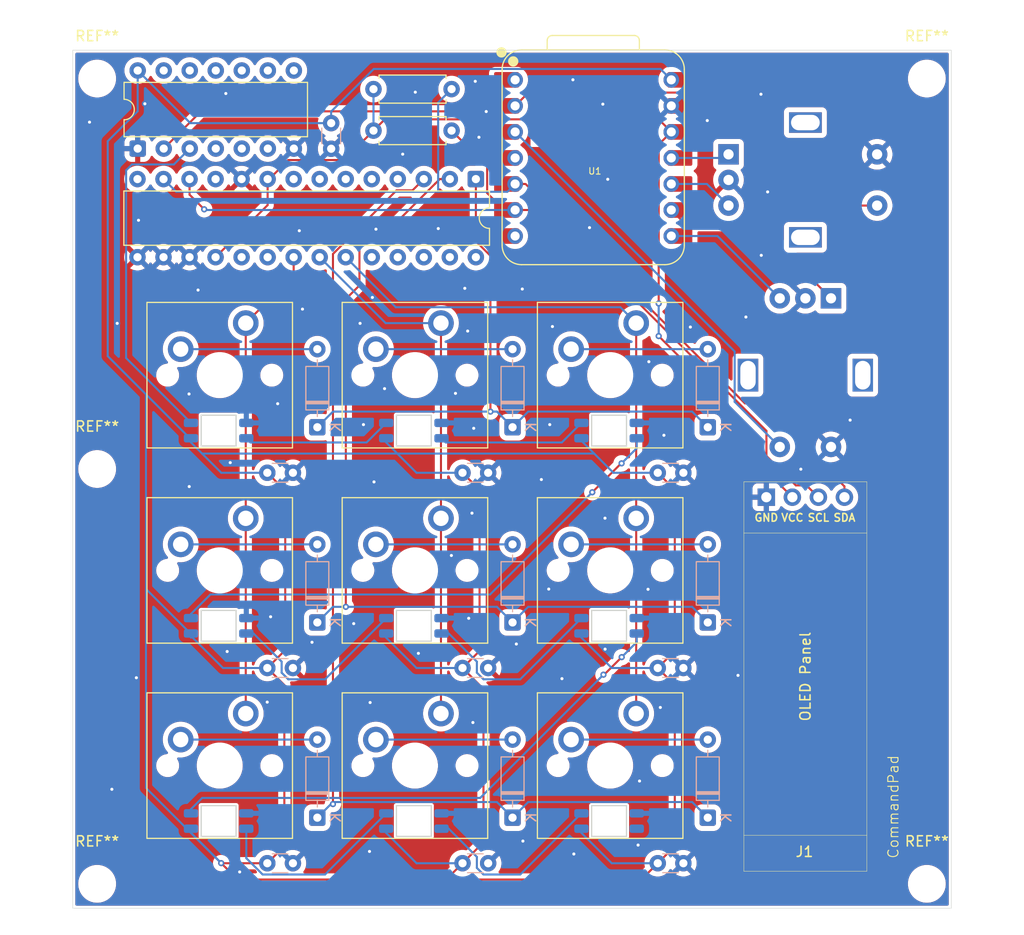
<source format=kicad_pcb>
(kicad_pcb (version 20241229) (generator "pcbnew") (generator_version "9.0")
  (layers (0 "F.Cu" signal) (2 "B.Cu" signal) (13 "F.Paste" user) (15 "B.Paste" user) (5 "F.SilkS" user "F.Silkscreen") (7 "B.SilkS" user "B.Silkscreen") (1 "F.Mask" user) (3 "B.Mask" user) (25 "Edge.Cuts" user))
  (net 0 "")
  (net 1 "Net-(D1-A)")
  (net 2 "ROW1")
  (net 3 "+5V")
  (net 4 "GND")
  (net 5 "Net-(D2-A)")
  (net 6 "Net-(U1-GPIO1{slash}RX)")
  (net 7 "Net-(U1-GPIO2{slash}SCK)")
  (net 8 "Net-(U1-GPIO4{slash}MISO)")
  (net 9 "Net-(U1-GPIO3{slash}MOSI)")
  (net 11 "ROW2")
  (net 13 "ROW3")
  (net 14 "Net-(D3-A)")
  (net 15 "Net-(D4-A)")
  (net 16 "Net-(D5-A)")
  (net 17 "Net-(D6-A)")
  (net 18 "Net-(D7-A)")
  (net 19 "Net-(D8-A)")
  (net 20 "Net-(D9-A)")
  (net 21 "Net-(D10-DOUT)")
  (net 22 "Net-(D10-DIN)")
  (net 23 "Net-(D11-DOUT)")
  (net 24 "Net-(D12-DOUT)")
  (net 25 "Net-(D13-DOUT)")
  (net 26 "Net-(D14-DOUT)")
  (net 27 "Net-(D15-DOUT)")
  (net 28 "Net-(D16-DOUT)")
  (net 29 "Net-(D17-DOUT)")
  (net 31 "Net-(J1-Pin_3)")
  (net 32 "Net-(J1-Pin_4)")
  (net 33 "+3V3")
  (net 34 "COL1")
  (net 35 "COL2")
  (net 36 "COL3")
  (net 37 "BTN2")
  (net 38 "BTN1")
  (net 39 "NEOPIXEL")
  (footprint "Package_DIP:DIP-14_W7.62mm" (layer "F.Cu") (at 75.39125 54.46 90)
    (property "Reference" "U3" (hide yes))
    (property "Value" "74AHCT125" (hide yes))
  )
  (footprint "ScottoKeebs_MX:MX_PCB_1.00u" (layer "F.Cu") (at 102.44625 114.67)
    (property "Reference" "SW8" (hide yes))
    (property "Value" "SW_Push" (hide yes))
  )
  (footprint "Kicad Footprint Folder:SSD1306-0.91-OLED-4pin-128x32" (layer "F.Cu") (at 134.54625 124.97625 90)
    (property "Reference" "J1")
    (property "Value" "OLED")
  )
  (footprint "ScottoKeebs_MX:MX_PCB_1.00u" (layer "F.Cu") (at 102.44625 76.57)
    (property "Reference" "SW2" (hide yes))
    (property "Value" "SW_Push" (hide yes))
  )
  (footprint "ScottoKeebs_MX:MX_PCB_1.00u" (layer "F.Cu") (at 121.49625 114.67)
    (property "Reference" "SW9" (hide yes))
    (property "Value" "SW_Push" (hide yes))
  )
  (footprint "MountingHole:MountingHole_3.2mm_M3" (layer "F.Cu") (at 152.4 47.625)
    (property "Reference" "REF**")
    (property "Value" "MountingHole_3.2mm_M3")
  )
  (footprint "ScottoKeebs_MX:MX_PCB_1.00u" (layer "F.Cu") (at 121.49625 76.57)
    (property "Reference" "SW3" (hide yes))
    (property "Value" "SW_Push" (hide yes))
  )
  (footprint "OPL:XIAO-RP2040-DIP" (layer "F.Cu") (at 119.8425 55.3725)
    (property "Reference" "U1")
    (property "Value" "XIAO-RP2040-DIP")
  )
  (footprint "ScottoKeebs_MX:MX_PCB_1.00u" (layer "F.Cu") (at 83.39625 76.57)
    (property "Reference" "SW1" (hide yes))
    (property "Value" "SW_Push" (hide yes))
  )
  (footprint "ScottoKeebs_MX:MX_PCB_1.00u" (layer "F.Cu") (at 83.39625 95.62)
    (property "Reference" "SW4" (hide yes))
    (property "Value" "SW_Push" (hide yes))
  )
  (footprint "Resistor_THT:R_Axial_DIN0207_L6.3mm_D2.5mm_P7.62mm_Horizontal" (layer "F.Cu") (at 98.40125 48.655)
    (property "Reference" "R1" (hide yes))
    (property "Value" "4.7k" (hide yes))
  )
  (footprint "MountingHole:MountingHole_3.2mm_M3" (layer "F.Cu") (at 71.4375 47.625)
    (property "Reference" "REF**")
    (property "Value" "MountingHole_3.2mm_M3")
  )
  (footprint "MountingHole:MountingHole_3.2mm_M3" (layer "F.Cu") (at 71.4375 126.20625)
    (property "Reference" "REF**")
    (property "Value" "MountingHole_3.2mm_M3")
  )
  (footprint "ScottoKeebs_MX:MX_PCB_1.00u" (layer "F.Cu") (at 121.49625 95.62)
    (property "Reference" "SW6" (hide yes))
    (property "Value" "SW_Push" (hide yes))
  )
  (footprint "ScottoKeebs_Scotto:Encoder_EC11_MX" (layer "F.Cu") (at 140.54625 57.52)
    (property "Reference" "SW11" (hide yes))
    (property "Value" "RotaryEncoder_Switch" (hide yes))
  )
  (footprint "Resistor_THT:R_Axial_DIN0207_L6.3mm_D2.5mm_P7.62mm_Horizontal" (layer "F.Cu") (at 98.40125 52.705)
    (property "Reference" "R2" (hide yes))
    (property "Value" "4.7k" (hide yes))
  )
  (footprint "MountingHole:MountingHole_3.2mm_M3" (layer "F.Cu") (at 152.4 126.20625)
    (property "Reference" "REF**")
    (property "Value" "MountingHole_3.2mm_M3")
  )
  (footprint "ScottoKeebs_MX:MX_PCB_1.00u" (layer "F.Cu") (at 83.39625 114.67)
    (property "Reference" "SW7" (hide yes))
    (property "Value" "SW_Push" (hide yes))
  )
  (footprint "Package_DIP:DIP-28_W7.62mm" (layer "F.Cu") (at 108.39125 57.435 -90)
    (property "Reference" "U2" (hide yes))
    (property "Value" "MCP23017_SP" (hide yes))
  )
  (footprint "ScottoKeebs_MX:MX_PCB_1.00u" (layer "F.Cu") (at 102.44625 95.62)
    (property "Reference" "SW5" (hide yes))
    (property "Value" "SW_Push" (hide yes))
  )
  (footprint "MountingHole:MountingHole_3.2mm_M3" (layer "F.Cu") (at 71.4375 85.725)
    (property "Reference" "REF**")
    (property "Value" "MountingHole_3.2mm_M3")
  )
  (footprint "ScottoKeebs_Scotto:Encoder_EC11_MX" (layer "F.Cu") (at 140.54625 76.57 -90)
    (property "Reference" "SW10" (hide yes))
    (property "Value" "RotaryEncoder_Switch" (hide yes))
  )
  (footprint "ScottoKeebs_Components:LED_SK6812MINI" (layer "B.Cu") (at 121.39 120.07625)
    (property "Reference" "D18" (hide yes))
    (property "Value" "SK6812MINI" (hide yes))
    (fp_line (start -1.7 -1.5) (end 1.7 -1.5) (stroke (width 0.12)) (layer "Edge.Cuts"))
    (fp_line (start -1.7 1.5) (end -1.7 -1.5) (stroke (width 0.12)) (layer "Edge.Cuts"))
    (fp_line (start 1.7 -1.5) (end 1.7 1.5) (stroke (width 0.12)) (layer "Edge.Cuts"))
    (fp_line (start 1.7 1.5) (end -1.7 1.5) (stroke (width 0.12)) (layer "Edge.Cuts"))
  )
  (footprint "Diode_THT:D_DO-35_SOD27_P7.62mm_Horizontal" (layer "B.Cu") (at 111.97125 100.7 90)
    (property "Reference" "D5" (hide yes))
    (property "Value" "1N4148" (hide yes))
  )
  (footprint "Diode_THT:D_DO-35_SOD27_P7.62mm_Horizontal" (layer "B.Cu") (at 92.92125 81.65 90)
    (property "Reference" "D1" (hide yes))
    (property "Value" "1N4148" (hide yes))
  )
  (footprint "Capacitor_THT:C_Disc_D3.0mm_W1.6mm_P2.50mm" (layer "B.Cu") (at 107.09 124.195)
    (property "Reference" "C3" (hide yes))
    (property "Value" "100nF" (hide yes))
  )
  (footprint "Capacitor_THT:C_Disc_D3.0mm_W1.6mm_P2.50mm" (layer "B.Cu") (at 94.27125 51.975 -90)
    (property "Reference" "C11" (hide yes))
    (property "Value" "100nF" (hide yes))
  )
  (footprint "Capacitor_THT:C_Disc_D3.0mm_W1.6mm_P2.50mm" (layer "B.Cu") (at 126.14 124.195)
    (property "Reference" "C4" (hide yes))
    (property "Value" "100nF" (hide yes))
  )
  (footprint "Capacitor_THT:C_Disc_D3.0mm_W1.6mm_P2.50mm" (layer "B.Cu") (at 107.09 86.095)
    (property "Reference" "C9" (hide yes))
    (property "Value" "100nF" (hide yes))
  )
  (footprint "ScottoKeebs_Components:LED_SK6812MINI" (layer "B.Cu") (at 121.39 101.02625)
    (property "Reference" "D15" (hide yes))
    (property "Value" "SK6812MINI" (hide yes))
    (fp_line (start -1.7 -1.5) (end 1.7 -1.5) (stroke (width 0.12)) (layer "Edge.Cuts"))
    (fp_line (start -1.7 1.5) (end -1.7 -1.5) (stroke (width 0.12)) (layer "Edge.Cuts"))
    (fp_line (start 1.7 -1.5) (end 1.7 1.5) (stroke (width 0.12)) (layer "Edge.Cuts"))
    (fp_line (start 1.7 1.5) (end -1.7 1.5) (stroke (width 0.12)) (layer "Edge.Cuts"))
  )
  (footprint "Diode_THT:D_DO-35_SOD27_P7.62mm_Horizontal" (layer "B.Cu") (at 111.97125 81.65 90)
    (property "Reference" "D2" (hide yes))
    (property "Value" "1N4148" (hide yes))
  )
  (footprint "ScottoKeebs_Components:LED_SK6812MINI" (layer "B.Cu") (at 83.29 81.97625)
    (property "Reference" "D10" (hide yes))
    (property "Value" "SK6812MINI" (hide yes))
    (fp_line (start -1.7 -1.5) (end 1.7 -1.5) (stroke (width 0.12)) (layer "Edge.Cuts"))
    (fp_line (start -1.7 1.5) (end -1.7 -1.5) (stroke (width 0.12)) (layer "Edge.Cuts"))
    (fp_line (start 1.7 -1.5) (end 1.7 1.5) (stroke (width 0.12)) (layer "Edge.Cuts"))
    (fp_line (start 1.7 1.5) (end -1.7 1.5) (stroke (width 0.12)) (layer "Edge.Cuts"))
  )
  (footprint "ScottoKeebs_Components:LED_SK6812MINI" (layer "B.Cu") (at 83.29 120.07625)
    (property "Reference" "D16" (hide yes))
    (property "Value" "SK6812MINI" (hide yes))
    (fp_line (start -1.7 -1.5) (end 1.7 -1.5) (stroke (width 0.12)) (layer "Edge.Cuts"))
    (fp_line (start -1.7 1.5) (end -1.7 -1.5) (stroke (width 0.12)) (layer "Edge.Cuts"))
    (fp_line (start 1.7 -1.5) (end 1.7 1.5) (stroke (width 0.12)) (layer "Edge.Cuts"))
    (fp_line (start 1.7 1.5) (end -1.7 1.5) (stroke (width 0.12)) (layer "Edge.Cuts"))
  )
  (footprint "ScottoKeebs_Components:LED_SK6812MINI" (layer "B.Cu") (at 121.39 81.97625)
    (property "Reference" "D12" (hide yes))
    (property "Value" "SK6812MINI" (hide yes))
    (fp_line (start -1.7 -1.5) (end 1.7 -1.5) (stroke (width 0.12)) (layer "Edge.Cuts"))
    (fp_line (start -1.7 1.5) (end -1.7 -1.5) (stroke (width 0.12)) (layer "Edge.Cuts"))
    (fp_line (start 1.7 -1.5) (end 1.7 1.5) (stroke (width 0.12)) (layer "Edge.Cuts"))
    (fp_line (start 1.7 1.5) (end -1.7 1.5) (stroke (width 0.12)) (layer "Edge.Cuts"))
  )
  (footprint "Diode_THT:D_DO-35_SOD27_P7.62mm_Horizontal" (layer "B.Cu") (at 92.92125 119.75 90)
    (property "Reference" "D7" (hide yes))
    (property "Value" "1N4148" (hide yes))
  )
  (footprint "Capacitor_THT:C_Disc_D3.0mm_W1.6mm_P2.50mm" (layer "B.Cu") (at 126.14 86.095)
    (property "Reference" "C10" (hide yes))
    (property "Value" "100nF" (hide yes))
  )
  (footprint "Capacitor_THT:C_Disc_D3.0mm_W1.6mm_P2.50mm" (layer "B.Cu") (at 90.54 124.195 180)
    (property "Reference" "C1" (hide yes))
    (property "Value" "100nF" (hide yes))
  )
  (footprint "Capacitor_THT:C_Disc_D3.0mm_W1.6mm_P2.50mm" (layer "B.Cu") (at 88.04 105.145)
    (property "Reference" "C5" (hide yes))
    (property "Value" "100nF" (hide yes))
  )
  (footprint "Diode_THT:D_DO-35_SOD27_P7.62mm_Horizontal" (layer "B.Cu") (at 92.92125 100.7 90)
    (property "Reference" "D4" (hide yes))
    (property "Value" "1N4148" (hide yes))
  )
  (footprint "Capacitor_THT:C_Disc_D3.0mm_W1.6mm_P2.50mm" (layer "B.Cu") (at 126.14 105.145)
    (property "Reference" "C7" (hide yes))
    (property "Value" "100nF" (hide yes))
  )
  (footprint "Diode_THT:D_DO-35_SOD27_P7.62mm_Horizontal" (layer "B.Cu") (at 131.02125 81.65 90)
    (property "Reference" "D3" (hide yes))
    (property "Value" "1N4148" (hide yes))
  )
  (footprint "Diode_THT:D_DO-35_SOD27_P7.62mm_Horizontal" (layer "B.Cu") (at 111.97125 119.75 90)
    (property "Reference" "D8" (hide yes))
    (property "Value" "1N4148" (hide yes))
  )
  (footprint "ScottoKeebs_Components:LED_SK6812MINI" (layer "B.Cu") (at 102.34 81.97625)
    (property "Reference" "D11" (hide yes))
    (property "Value" "SK6812MINI" (hide yes))
    (fp_line (start -1.7 -1.5) (end 1.7 -1.5) (stroke (width 0.12)) (layer "Edge.Cuts"))
    (fp_line (start -1.7 1.5) (end -1.7 -1.5) (stroke (width 0.12)) (layer "Edge.Cuts"))
    (fp_line (start 1.7 -1.5) (end 1.7 1.5) (stroke (width 0.12)) (layer "Edge.Cuts"))
    (fp_line (start 1.7 1.5) (end -1.7 1.5) (stroke (width 0.12)) (layer "Edge.Cuts"))
  )
  (footprint "Diode_THT:D_DO-35_SOD27_P7.62mm_Horizontal" (layer "B.Cu") (at 131.02125 119.75 90)
    (property "Reference" "D9" (hide yes))
    (property "Value" "1N4148" (hide yes))
  )
  (footprint "Capacitor_THT:C_Disc_D3.0mm_W1.6mm_P2.50mm" (layer "B.Cu") (at 107.09 105.145)
    (property "Reference" "C6" (hide yes))
    (property "Value" "100nF" (hide yes))
  )
  (footprint "Capacitor_THT:C_Disc_D3.0mm_W1.6mm_P2.50mm" (layer "B.Cu") (at 88.04 86.095)
    (property "Reference" "C8" (hide yes))
    (property "Value" "100nF" (hide yes))
  )
  (footprint "Diode_THT:D_DO-35_SOD27_P7.62mm_Horizontal" (layer "B.Cu") (at 131.02125 100.7 90)
    (property "Reference" "D6" (hide yes))
    (property "Value" "1N4148" (hide yes))
  )
  (footprint "ScottoKeebs_Components:LED_SK6812MINI" (layer "B.Cu") (at 102.34 101.02625)
    (property "Reference" "D14" (hide yes))
    (property "Value" "SK6812MINI" (hide yes))
    (fp_line (start -1.7 -1.5) (end 1.7 -1.5) (stroke (width 0.12)) (layer "Edge.Cuts"))
    (fp_line (start -1.7 1.5) (end -1.7 -1.5) (stroke (width 0.12)) (layer "Edge.Cuts"))
    (fp_line (start 1.7 -1.5) (end 1.7 1.5) (stroke (width 0.12)) (layer "Edge.Cuts"))
    (fp_line (start 1.7 1.5) (end -1.7 1.5) (stroke (width 0.12)) (layer "Edge.Cuts"))
  )
  (footprint "ScottoKeebs_Components:LED_SK6812MINI" (layer "B.Cu") (at 102.34 120.07625)
    (property "Reference" "D17" (hide yes))
    (property "Value" "SK6812MINI" (hide yes))
    (fp_line (start -1.7 -1.5) (end 1.7 -1.5) (stroke (width 0.12)) (layer "Edge.Cuts"))
    (fp_line (start -1.7 1.5) (end -1.7 -1.5) (stroke (width 0.12)) (layer "Edge.Cuts"))
    (fp_line (start 1.7 -1.5) (end 1.7 1.5) (stroke (width 0.12)) (layer "Edge.Cuts"))
    (fp_line (start 1.7 1.5) (end -1.7 1.5) (stroke (width 0.12)) (layer "Edge.Cuts"))
  )
  (footprint "ScottoKeebs_Components:LED_SK6812MINI" (layer "B.Cu") (at 83.29 101.02625)
    (property "Reference" "D13" (hide yes))
    (property "Value" "SK6812MINI" (hide yes))
    (fp_line (start -1.7 -1.5) (end 1.7 -1.5) (stroke (width 0.12)) (layer "Edge.Cuts"))
    (fp_line (start -1.7 1.5) (end -1.7 -1.5) (stroke (width 0.12)) (layer "Edge.Cuts"))
    (fp_line (start 1.7 -1.5) (end 1.7 1.5) (stroke (width 0.12)) (layer "Edge.Cuts"))
    (fp_line (start 1.7 1.5) (end -1.7 1.5) (stroke (width 0.12)) (layer "Edge.Cuts"))
  )
  (gr_rect (start 69.05625 44.85375) (end 154.78125 128.5875) (stroke (width 0.05)) (fill no) (layer "Edge.Cuts"))
  (gr_text "XIAO HERE" (at 113.97125 53.845 0) (layer "F.Cu") (effects (font (size 1.5 1.5) (thickness 0.3) (bold yes)) (justify left bottom)))
  (gr_text "CommandPad" (at 149.71125 123.805 90) (layer "F.SilkS") (effects (font (size 1 1) (thickness 0.1)) (justify left bottom)))
  (segment (start 79.58625 74.03) (end 92.92125 74.03) (width 0.2) (layer "B.Cu") (net 1))
  (segment (start 109.81125 64.91795) (end 108.39125 63.49795) (width 0.2) (layer "F.Cu") (net 2))
  (segment (start 108.39125 63.49795) (end 108.39125 57.435) (width 0.2) (layer "F.Cu") (net 2))
  (segment (start 109.81125 80.12525) (end 109.81125 64.91795) (width 0.2) (layer "F.Cu") (net 2))
  (via (at 109.81125 80.12525) (size 0.6) (drill 0.3) (layers "F.Cu" "B.Cu") (net 2))
  (segment (start 92.92125 81.65) (end 94.446 80.12525) (width 0.2) (layer "B.Cu") (net 2))
  (segment (start 110.4465 80.12525) (end 111.97125 81.65) (width 0.2) (layer "B.Cu") (net 2))
  (segment (start 129.4965 80.12525) (end 131.02125 81.65) (width 0.2) (layer "B.Cu") (net 2))
  (segment (start 113.496 80.12525) (end 129.4965 80.12525) (width 0.2) (layer "B.Cu") (net 2))
  (segment (start 94.446 80.12525) (end 109.81125 80.12525) (width 0.2) (layer "B.Cu") (net 2))
  (segment (start 109.81125 80.12525) (end 110.4465 80.12525) (width 0.2) (layer "B.Cu") (net 2))
  (segment (start 111.97125 81.65) (end 113.496 80.12525) (width 0.2) (layer "B.Cu") (net 2))
  (segment (start 85.13875 125.785) (end 104.91125 125.785) (width 0.2) (layer "F.Cu") (net 3))
  (segment (start 127.80225 106.80725) (end 127.80225 122.53275) (width 0.2) (layer "F.Cu") (net 3))
  (segment (start 88.04 86.095) (end 89.79125 87.84625) (width 0.2) (layer "F.Cu") (net 3))
  (segment (start 83.54 124.18625) (end 85.13875 125.785) (width 0.2) (layer "F.Cu") (net 3))
  (segment (start 124.57125 125.785) (end 124.57125 125.76375) (width 0.2) (layer "F.Cu") (net 3))
  (segment (start 109.13395 122.15105) (end 107.09 124.195) (width 0.2) (layer "F.Cu") (net 3))
  (segment (start 83.54875 124.195) (end 88.04 124.195) (width 0.2) (layer "F.Cu") (net 3))
  (segment (start 107.09 86.095) (end 108.75225 87.75725) (width 0.2) (layer "F.Cu") (net 3))
  (segment (start 126.14 86.095) (end 127.80225 87.75725) (width 0.2) (layer "F.Cu") (net 3))
  (segment (start 108.75225 103.48275) (end 107.09 105.145) (width 0.2) (layer "F.Cu") (net 3))
  (segment (start 108.75225 87.75725) (end 108.75225 103.48275) (width 0.2) (layer "F.Cu") (net 3))
  (segment (start 109.13395 107.18895) (end 109.13395 122.15105) (width 0.2) (layer "F.Cu") (net 3))
  (segment (start 89.70225 122.53275) (end 88.04 124.195) (width 0.2) (layer "F.Cu") (net 3))
  (segment (start 107.09 124.195) (end 105.5 125.785) (width 0.2) (layer "F.Cu") (net 3))
  (segment (start 89.79125 103.39375) (end 88.04 105.145) (width 0.2) (layer "F.Cu") (net 3))
  (segment (start 127.80225 122.53275) (end 126.14 124.195) (width 0.2) (layer "F.Cu") (net 3))
  (segment (start 89.70225 106.80725) (end 89.70225 122.53275) (width 0.2) (layer "F.Cu") (net 3))
  (segment (start 126.14 105.145) (end 127.80225 106.80725) (width 0.2) (layer "F.Cu") (net 3))
  (segment (start 83.54 124.18625) (end 83.54875 124.195) (width 0.2) (layer "F.Cu") (net 3))
  (segment (start 105.5 125.785) (end 104.91125 125.785) (width 0.2) (layer "F.Cu") (net 3))
  (segment (start 88.04 105.145) (end 89.70225 106.80725) (width 0.2) (layer "F.Cu") (net 3))
  (segment (start 107.09 105.145) (end 109.13395 107.18895) (width 0.2) (layer "F.Cu") (net 3))
  (segment (start 127.80225 103.48275) (end 126.14 105.145) (width 0.2) (layer "F.Cu") (net 3))
  (segment (start 127.80225 87.75725) (end 127.80225 103.48275) (width 0.2) (layer "F.Cu") (net 3))
  (segment (start 104.91125 125.785) (end 124.57125 125.785) (width 0.2) (layer "F.Cu") (net 3))
  (segment (start 124.57125 125.76375) (end 126.14 124.195) (width 0.2) (layer "F.Cu") (net 3))
  (segment (start 89.79125 87.84625) (end 89.79125 103.39375) (width 0.2) (layer "F.Cu") (net 3))
  (via (at 83.54 124.18625) (size 0.6) (drill 0.3) (layers "F.Cu" "B.Cu") (net 3))
  (segment (start 83.54875 124.195) (end 76.2 116.84625) (width 0.2) (layer "B.Cu") (net 3))
  (segment (start 81.675 84.22125) (end 83.54875 86.095) (width 0.2) (layer "B.Cu") (net 3))
  (segment (start 94.27125 51.975) (end 94.27125 50.843628) (width 0.2) (layer "B.Cu") (net 3))
  (segment (start 99.64 83.13625) (end 102.59875 86.095) (width 0.2) (layer "B.Cu") (net 3))
  (segment (start 80.59 82.72625) (end 80.59 83.13625) (width 0.2) (layer "B.Cu") (net 3))
  (segment (start 99.64 82.72625) (end 99.64 83.13625) (width 0.2) (layer "B.Cu") (net 3))
  (segment (start 83.712361 105.145) (end 88.04 105.145) (width 0.2) (layer "B.Cu") (net 3))
  (segment (start 118.69 102.18625) (end 121.64875 105.145) (width 0.2) (layer "B.Cu") (net 3))
  (segment (start 121.812361 86.095) (end 126.14 86.095) (width 0.2) (layer "B.Cu") (net 3))
  (segment (start 83.54 124.18625) (end 83.54875 124.195) (width 0.2) (layer "B.Cu") (net 3))
  (segment (start 80.59 121.23625) (end 83.54 124.18625) (width 0.2) (layer "B.Cu") (net 3))
  (segment (start 76.2 97.43375) (end 76.2 78.44375) (width 0.2) (layer "B.Cu") (net 3))
  (segment (start 126.3995 46.6895) (end 127.4625 47.7525) (width 0.2) (layer "B.Cu") (net 3))
  (segment (start 80.59 83.13625) (end 81.675 84.22125) (width 0.2) (layer "B.Cu") (net 3))
  (segment (start 118.69 120.82625) (end 118.69 121.23625) (width 0.2) (layer "B.Cu") (net 3))
  (segment (start 99.64 102.18625) (end 102.59875 105.145) (width 0.2) (layer "B.Cu") (net 3))
  (segment (start 99.64 120.82625) (end 99.64 121.23625) (width 0.2) (layer "B.Cu") (net 3))
  (segment (start 118.69 82.972639) (end 119.931806 84.214444) (width 0.2) (layer "B.Cu") (net 3))
  (segment (start 83.54875 86.095) (end 88.04 86.095) (width 0.2) (layer "B.Cu") (net 3))
  (segment (start 80.59 120.82625) (end 80.59 121.23625) (width 0.2) (layer "B.Cu") (net 3))
  (segment (start 99.64 101.77625) (end 99.64 102.18625) (width 0.2) (layer "B.Cu") (net 3))
  (segment (start 76.2 116.84625) (end 76.2 97.43375) (width 0.2) (layer "B.Cu") (net 3))
  (segment (start 102.59875 124.195) (end 107.09 124.195) (width 0.2) (layer "B.Cu") (net 3))
  (segment (start 72.47 53.73625) (end 75.39125 50.815) (width 0.2) (layer "B.Cu") (net 3))
  (segment (start 119.925 84.22125) (end 119.931806 84.214444) (width 0.2) (layer "B.Cu") (net 3))
  (segment (start 121.64875 105.145) (end 126.14 105.145) (width 0.2) (layer "B.Cu") (net 3))
  (segment (start 80.59 102.022639) (end 83.712361 105.145) (width 0.2) (layer "B.Cu") (net 3))
  (segment (start 119.931806 84.214444) (end 121.812361 86.095) (width 0.2) (layer "B.Cu") (net 3))
  (segment (start 72.47 74.71375) (end 72.47 53.73625) (width 0.2) (layer "B.Cu") (net 3))
  (segment (start 80.59 82.72625) (end 80.4825 82.72625) (width 0.2) (layer "B.Cu") (net 3))
  (segment (start 98.425378 46.6895) (end 126.3995 46.6895) (width 0.2) (layer "B.Cu") (net 3))
  (segment (start 102.59875 86.095) (end 107.09 86.095) (width 0.2) (layer "B.Cu") (net 3))
  (segment (start 121.64875 124.195) (end 126.14 124.195) (width 0.2) (layer "B.Cu") (net 3))
  (segment (start 75.39125 50.815) (end 75.39125 46.84) (width 0.2) (layer "B.Cu") (net 3))
  (segment (start 99.64 121.23625) (end 102.59875 124.195) (width 0.2) (layer "B.Cu") (net 3))
  (segment (start 80.59 101.77625) (end 80.59 102.18625) (width 0.2) (layer "B.Cu") (net 3))
  (segment (start 118.69 121.23625) (end 121.64875 124.195) (width 0.2) (layer "B.Cu") (net 3))
  (segment (start 80.4825 82.72625) (end 72.47 74.71375) (width 0.2) (layer "B.Cu") (net 3))
  (segment (start 94.27125 50.843628) (end 98.425378 46.6895) (width 0.2) (layer "B.Cu") (net 3))
  (segment (start 102.59875 105.145) (end 107.09 105.145) (width 0.2) (layer "B.Cu") (net 3))
  (segment (start 118.69 101.77625) (end 118.69 102.18625) (width 0.2) (layer "B.Cu") (net 3))
  (segment (start 81.675 84.22125) (end 119.925 84.22125) (width 0.2) (layer "B.Cu") (net 3))
  (segment (start 80.5425 101.77625) (end 76.2 97.43375) (width 0.2) (layer "B.Cu") (net 3))
  (segment (start 75.39125 46.84) (end 80.52625 51.975) (width 0.2) (layer "B.Cu") (net 3))
  (segment (start 80.52625 51.975) (end 94.27125 51.975) (width 0.2) (layer "B.Cu") (net 3))
  (segment (start 134.71125 59.185) (end 134.73125 59.185) (width 0.2) (layer "F.Cu") (net 4))
  (segment (start 111.15 122.635) (end 111.17125 122.635) (width 0.2) (layer "F.Cu") (net 4))
  (segment (start 90.54 105.145) (end 91.67 104.015) (width 0.2) (layer "F.Cu") (net 4))
  (segment (start 111.23 103.505) (end 111.24125 103.505) (width 0.2) (layer "F.Cu") (net 4))
  (segment (start 91.54125 123.19375) (end 91.54125 123.175) (width 0.2) (layer "F.Cu") (net 4))
  (segment (start 90.54 124.195) (end 91.54125 123.19375) (width 0.2) (layer "F.Cu") (net 4))
  (segment (start 91.67 104.015) (end 91.74125 104.015) (width 0.2) (layer "F.Cu") (net 4))
  (segment (start 109.59 124.195) (end 111.15 122.635) (width 0.2) (layer "F.Cu") (net 4))
  (segment (start 94.27125 54.475) (end 96.04125 52.705) (width 0.2) (layer "F.Cu") (net 4))
  (segment (start 109.59 105.145) (end 111.23 103.505) (width 0.2) (layer "F.Cu") (net 4))
  (segment (start 133.04625 57.52) (end 134.71125 59.185) (width 0.2) (layer "F.Cu") (net 4))
  (segment (start 96.04125 52.705) (end 96.04125 52.655) (width 0.2) (layer "F.Cu") (net 4))
  (via (at 129.32125 71.875) (size 0.6) (drill 0.3) (layers "F.Cu" "B.Cu") (net 4))
  (via (at 108.18125 81.755) (size 0.6) (drill 0.3) (layers "F.Cu" "B.Cu") (net 4))
  (via (at 102.48125 48.955) (size 0.6) (drill 0.3) (layers "F.Cu" "B.Cu") (net 4))
  (via (at 115.50125 97.445) (size 0.6) (drill 0.3) (layers "F.Cu" "B.Cu") (net 4))
  (via (at 84.12125 103.535) (size 0.6) (drill 0.3) (layers "F.Cu" "B.Cu") (net 4))
  (via (at 144.91125 80.955) (size 0.6) (drill 0.3) (layers "F.Cu" "B.Cu") (net 4))
  (via (at 119.48125 62.175) (size 0.6) (drill 0.3) (layers "F.Cu" "B.Cu") (net 4))
  (via (at 121.26125 57.455) (size 0.6) (drill 0.3) (layers "F.Cu" "B.Cu") (net 4))
  (via (at 134.74125 70.895) (size 0.6) (drill 0.3) (layers "F.Cu" "B.Cu") (net 4))
  (via (at 107.31125 68.095) (size 0.6) (drill 0.3) (layers "F.Cu" "B.Cu") (net 4))
  (via (at 88.03125 108.475) (size 0.6) (drill 0.3) (layers "F.Cu" "B.Cu") (net 4))
  (via (at 112.98125 122.035) (size 0.6) (drill 0.3) (layers "F.Cu" "B.Cu") (net 4))
  (via (at 125.27125 75.255) (size 0.6) (drill 0.3) (layers "F.Cu" "B.Cu") (net 4))
  (via (at 120.99125 90.525) (size 0.6) (drill 0.3) (layers "F.Cu" "B.Cu") (net 4))
  (via (at 98.45125 86.985) (size 0.6) (drill 0.3) (layers "F.Cu" "B.Cu") (net 4))
  (via (at 115.86125 71.825) (size 0.6) (drill 0.3) (layers "F.Cu" "B.Cu") (net 4))
  (via (at 92.40125 102.635) (size 0.6) (drill 0.3) (layers "F.Cu" "B.Cu") (net 4))
  (via (at 114.78125 86.755) (size 0.6) (drill 0.3) (layers "F.Cu" "B.Cu") (net 4))
  (via (at 117.95125 123.295) (size 0.6) (drill 0.3) (layers "F.Cu" "B.Cu") (net 4))
  (via (at 121.00125 103.305) (size 0.6) (drill 0.3) (layers "F.Cu" "B.Cu") (net 4))
  (via (at 106.40125 78.345) (size 0.6) (drill 0.3) (layers "F.Cu" "B.Cu") (net 4))
  (via (at 109.40125 50.845) (size 0.6) (drill 0.3) (layers "F.Cu" "B.Cu") (net 4))
  (via (at 117.86125 47.745) (size 0.6) (drill 0.3) (layers "F.Cu" "B.Cu") (net 4))
  (via (at 91.16125 62.475) (size 0.6) (drill 0.3) (layers "F.Cu" "B.Cu") (net 4))
  (via (at 108.33125 47.895) (size 0.6) (drill 0.3) (layers "F.Cu" "B.Cu") (net 4))
  (via (at 99.48125 77.885) (size 0.6) (drill 0.3) (layers "F.Cu" "B.Cu") (net 4))
  (via (at 83.99125 49.085) (size 0.6) (drill 0.3) (layers "F.Cu" "B.Cu") (net 4))
  (via (at 120.78125 50.125) (size 0.6) (drill 0.3) (layers "F.Cu" "B.Cu") (net 4))
  (via (at 102.78125 103.715) (size 0.6) (drill 0.3) (layers "F.Cu" "B.Cu") (net 4))
  (via (at 108.01125 90.035) (size 0.6) (drill 0.3) (layers "F.Cu" "B.Cu") (net 4))
  (via (at 97.42125 81.395) (size 0.6) (drill 0.3) (layers "F.Cu" "B.Cu") (net 4))
  (via (at 89.05125 79.355) (size 0.6) (drill 0.3) (layers "F.Cu" "B.Cu") (net 4))
  (via (at 125.19125 97.465) (size 0.6) (drill 0.3) (layers "F.Cu" "B.Cu") (net 4))
  (via (at 98.64125 62.325) (size 0.6) (drill 0.3) (layers "F.Cu" "B.Cu") (net 4))
  (via (at 126.74125 82.435) (size 0.6) (drill 0.3) (layers "F.Cu" "B.Cu") (net 4))
  (via (at 101.25125 55.005) (size 0.6) (drill 0.3) (layers "F.Cu" "B.Cu") (net 4))
  (via (at 75.47125 61.455) (size 0.6) (drill 0.3) (layers "F.Cu" "B.Cu") (net 4))
  (via (at 124.36125 116.175) (size 0.6) (drill 0.3) (layers "F.Cu" "B.Cu") (net 4))
  (via (at 98.29125 68.985) (size 0.6) (drill 0.3) (layers "F.Cu" "B.Cu") (net 4))
  (via (at 85.34125 125.045) (size 0.6) (drill 0.3) (layers "F.Cu" "B.Cu") (net 4))
  (via (at 76.09125 50.085) (size 0.6) (drill 0.3) (layers "F.Cu" "B.Cu") (net 4))
  (via (at 136.86125 58.685) (size 0.6) (drill 0.3) (layers "F.Cu" "B.Cu") (net 4))
  (via (at 108.10125 110.465) (size 0.6) (drill 0.3) (layers "F.Cu" "B.Cu") (net 4))
  (via (at 73.39125 71.515) (size 0.6) (drill 0.3) (layers "F.Cu" "B.Cu") (net 4))
  (via (at 91.47125 70.125) (size 0.6) (drill 0.3) (layers "F.Cu" "B.Cu") (net 4))
  (via (at 136.21125 49.155) (size 0.6) (drill 0.3) (layers "F.Cu" "B.Cu") (net 4))
  (via (at 88.36125 100.145) (size 0.6) (drill 0.3) (layers "F.Cu" "B.Cu") (net 4))
  (via (at 72.87 116.98) (size 0.6) (drill 0.3) (layers "F.Cu" "B.Cu") (net 4))
  (via (at 130.97125 51.725) (size 0.6) (drill 0.3) (layers "F.Cu" "B.Cu") (net 4))
  (via (at 80.40125 78.405) (size 0.6) (drill 0.3) (layers "F.Cu" "B.Cu") (net 4))
  (via (at 80.42 87.44) (size 0.6) (drill 0.3) (layers "F.Cu" "B.Cu") (net 4))
  (via (at 136.24125 64.875) (size 0.6) (drill 0.3) (layers "F.Cu" "B.Cu") (net 4))
  (via (at 112.92125 68.165) (size 0.6) (drill 0.3) (layers "F.Cu" "B.Cu") (net 4))
  (via (at 112.34125 102.805) (size 0.6) (drill 0.3) (layers "F.Cu" "B.Cu") (net 4))
  (via (at 140.10125 85.745) (size 0.6) (drill 0.3) (layers "F.Cu" "B.Cu") (net 4))
  (via (at 70.69 51.88) (size 0.6) (drill 0.3) (layers "F.Cu" "B.Cu") (net 4))
  (via (at 107.59125 72.265) (size 0.6) (drill 0.3) (layers "F.Cu" "B.Cu") (net 4))
  (via (at 116.79125 106.185) (size 0.6) (drill 0.3) (layers "F.Cu" "B.Cu") (net 4))
  (via (at 75.26125 106.095) (size 0.6) (drill 0.3) (layers "F.Cu" "B.Cu") (net 4))
  (via (at 81.28125 68.265) (size 0.6) (drill 0.3) (layers "F.Cu" "B.Cu") (net 4))
  (via (at 98.01125 123.045) (size 0.6) (drill 0.3) (layers "F.Cu" "B.Cu") (net 4))
  (via (at 98.07125 108.515) (size 0.6) (drill 0.3) (layers "F.Cu" "B.Cu") (net 4))
  (via (at 115.60125 81.395) (size 0.6) (drill 0.3) (layers "F.Cu" "B.Cu") (net 4))
  (via (at 124.22125 122.425) (size 0.6) (drill 0.3) (layers "F.Cu" "B.Cu") (net 4))
  (via (at 97.09125 71.515) (size 0.6) (drill 0.3) (layers "F.Cu" "B.Cu") (net 4))
  (via (at 104.72125 62.265) (size 0.6) (drill 0.3) (layers "F.Cu" "B.Cu") (net 4))
  (via (at 106.00125 94.165) (size 0.6) (drill 0.3) (layers "F.Cu" "B.Cu") (net 4))
  (via (at 96.47125 100.815) (size 0.6) (drill 0.3) (layers "F.Cu" "B.Cu") (net 4))
  (via (at 108.69125 53.355) (size 0.6) (drill 0.3) (layers "F.Cu" "B.Cu") (net 4))
  (via (at 84.42125 85.105) (size 0.6) (drill 0.3) (layers "F.Cu" "B.Cu") (net 4))
  (via (at 107.69125 100.295) (size 0.6) (drill 0.3) (layers "F.Cu" "B.Cu") (net 4))
  (via (at 133.97125 105.865) (size 0.6) (drill 0.3) (layers "F.Cu" "B.Cu") (net 4))
  (via (at 126.39125 108.995) (size 0.6) (drill 0.3) (layers "F.Cu" "B.Cu") (net 4))
  (segment (start 125.87 119.32625) (end 125.87125 119.325) (width 0.2) (layer "B.Cu") (net 4))
  (segment (start 124.09 81.22625) (end 125.6025 81.22625) (width 0.2) (layer "B.Cu") (net 4))
  (segment (start 106.73 119.32625) (end 106.73125 119.325) (width 0.2) (layer "B.Cu") (net 4))
  (segment (start 106.7125 81.22625) (end 106.72125 81.235) (width 0.2) (layer "B.Cu") (net 4))
  (segment (start 105.04 81.22625) (end 106.7125 81.22625) (width 0.2) (layer "B.Cu") (net 4))
  (segment (start 107.6725 100.27625) (end 107.69125 100.295) (width 0.2) (layer "B.Cu") (net 4))
  (segment (start 124.09 119.32625) (end 125.87 119.32625) (width 0.2) (layer "B.Cu") (net 4))
  (segment (start 105.04 119.32625) (end 106.73 119.32625) (width 0.2) (layer "B.Cu") (net 4))
  (segment (start 85.99 119.32625) (end 87.69 119.32625) (width 0.2) (layer "B.Cu") (net 4))
  (segment (start 105.04 100.27625) (end 107.6725 100.27625) (width 0.2) (layer "B.Cu") (net 4))
  (segment (start 125.65 100.27625) (end 125.66125 100.265) (width 0.2) (layer "B.Cu") (net 4))
  (segment (start 87.69 119.32625) (end 87.70125 119.315) (width 0.2) (layer "B.Cu") (net 4))
  (segment (start 124.09 100.27625) (end 125.65 100.27625) (width 0.2) (layer "B.Cu") (net 4))
  (segment (start 125.6025 81.22625) (end 125.61125 81.235) (width 0.2) (layer "B.Cu") (net 4))
  (segment (start 98.63625 74.03) (end 111.97125 74.03) (width 0.2) (layer "B.Cu") (net 5))
  (segment (start 131.96875 62.9925) (end 127.4625 62.9925) (width 0.2) (layer "B.Cu") (net 6))
  (segment (start 138.04625 69.07) (end 131.96875 62.9925) (width 0.2) (layer "B.Cu") (net 6))
  (segment (start 135.90575 61.9295) (end 128.9395 61.9295) (width 0.2) (layer "F.Cu") (net 7))
  (segment (start 128.9395 61.9295) (end 127.4625 60.4525) (width 0.2) (layer "F.Cu") (net 7))
  (segment (start 143.04625 69.07) (end 135.90575 61.9295) (width 0.2) (layer "F.Cu") (net 7))
  (segment (start 127.4625 57.9125) (end 130.93875 57.9125) (width 0.2) (layer "B.Cu") (net 8))
  (segment (start 130.93875 57.9125) (end 133.04625 60.02) (width 0.2) (layer "B.Cu") (net 8))
  (segment (start 127.4625 55.3725) (end 132.69375 55.3725) (width 0.2) (layer "B.Cu") (net 9))
  (segment (start 104.4152 57.89105) (end 104.87125 57.435) (width 0.2) (layer "F.Cu") (net 11))
  (segment (start 98.8883 63.415) (end 104.41225 57.89105) (width 0.2) (layer "F.Cu") (net 11))
  (segment (start 104.41225 57.89105) (end 104.4152 57.89105) (width 0.2) (layer "F.Cu") (net 11))
  (segment (start 95.70125 69.14205) (end 97.03125 67.81205) (width 0.2) (layer "F.Cu") (net 11))
  (segment (start 104.87125 57.435) (end 105.85125 57.435) (width 0.2) (layer "F.Cu") (net 11))
  (segment (start 95.70125 99.17525) (end 95.70125 69.14205) (width 0.2) (layer "F.Cu") (net 11))
  (segment (start 97.68125 63.415) (end 98.8883 63.415) (width 0.2) (layer "F.Cu") (net 11))
  (segment (start 97.03125 67.81205) (end 97.03125 64.065) (width 0.2) (layer "F.Cu") (net 11))
  (segment (start 97.03125 64.065) (end 97.68125 63.415) (width 0.2) (layer "F.Cu") (net 11))
  (via (at 95.70125 99.17525) (size 0.6) (drill 0.3) (layers "F.Cu" "B.Cu") (net 11))
  (segment (start 129.4965 99.17525) (end 131.02125 100.7) (width 0.2) (layer "B.Cu") (net 11))
  (segment (start 94.446 99.17525) (end 92.92125 100.7) (width 0.2) (layer "B.Cu") (net 11))
  (segment (start 111.97125 100.7) (end 110.4465 99.17525) (width 0.2) (layer "B.Cu") (net 11))
  (segment (start 111.97125 100.7) (end 113.496 99.17525) (width 0.2) (layer "B.Cu") (net 11))
  (segment (start 110.4465 99.17525) (end 94.446 99.17525) (width 0.2) (layer "B.Cu") (net 11))
  (segment (start 113.496 99.17525) (end 129.4965 99.17525) (width 0.2) (layer "B.Cu") (net 11))
  (segment (start 102.21025 58.536) (end 103.31125 57.435) (width 0.2) (layer "F.Cu") (net 13))
  (segment (start 94.446 118.42425) (end 94.446 64.7432) (width 0.2) (layer "F.Cu") (net 13))
  (segment (start 100.6532 58.536) (end 102.21025 58.536) (width 0.2) (layer "F.Cu") (net 13))
  (segment (start 94.446 64.7432) (end 100.6532 58.536) (width 0.2) (layer "F.Cu") (net 13))
  (via (at 94.446 118.42425) (size 0.6) (drill 0.3) (layers "F.Cu" "B.Cu") (net 13))
  (segment (start 113.496 118.22525) (end 129.4965 118.22525) (width 0.2) (layer "B.Cu") (net 13))
  (segment (start 111.97125 119.75) (end 113.496 118.22525) (width 0.2) (layer "B.Cu") (net 13))
  (segment (start 94.446 118.22525) (end 110.4465 118.22525) (width 0.2) (layer "B.Cu") (net 13))
  (segment (start 94.446 118.22525) (end 94.446 118.42425) (width 0.2) (layer "B.Cu") (net 13))
  (segment (start 92.92125 119.75) (end 94.446 118.22525) (width 0.2) (layer "B.Cu") (net 13))
  (segment (start 129.4965 118.22525) (end 131.02125 119.75) (width 0.2) (layer "B.Cu") (net 13))
  (segment (start 110.4465 118.22525) (end 111.97125 119.75) (width 0.2) (layer "B.Cu") (net 13))
  (segment (start 131.02125 74.03) (end 117.68625 74.03) (width 0.2) (layer "B.Cu") (net 14))
  (segment (start 79.58625 93.08) (end 92.92125 93.08) (width 0.2) (layer "B.Cu") (net 15))
  (segment (start 98.63625 93.08) (end 111.97125 93.08) (width 0.2) (layer "B.Cu") (net 16))
  (segment (start 117.68625 93.08) (end 131.02125 93.08) (width 0.2) (layer "B.Cu") (net 17))
  (segment (start 79.58625 112.13) (end 92.92125 112.13) (width 0.2) (layer "B.Cu") (net 18))
  (segment (start 98.63625 112.13) (end 111.97125 112.13) (width 0.2) (layer "B.Cu") (net 19))
  (segment (start 117.68625 112.13) (end 131.02125 112.13) (width 0.2) (layer "B.Cu") (net 20))
  (segment (start 86.4 83.13625) (end 97.73 83.13625) (width 0.2) (layer "B.Cu") (net 21))
  (segment (start 97.73 83.13625) (end 99.64 81.22625) (width 0.2) (layer "B.Cu") (net 21))
  (segment (start 85.99 82.72625) (end 86.4 83.13625) (width 0.2) (layer "B.Cu") (net 21))
  (segment (start 74.83125 56.005) (end 78.92625 56.005) (width 0.2) (layer "B.Cu") (net 22))
  (segment (start 80.59 81.22625) (end 74.26125 74.8975) (width 0.2) (layer "B.Cu") (net 22))
  (segment (start 78.92625 56.005) (end 80.47125 54.46) (width 0.2) (layer "B.Cu") (net 22))
  (segment (start 74.26125 56.575) (end 74.83125 56.005) (width 0.2) (layer "B.Cu") (net 22))
  (segment (start 74.26125 74.8975) (end 74.26125 56.575) (width 0.2) (layer "B.Cu") (net 22))
  (segment (start 116.78 83.13625) (end 105.45 83.13625) (width 0.2) (layer "B.Cu") (net 23))
  (segment (start 118.69 81.22625) (end 116.78 83.13625) (width 0.2) (layer "B.Cu") (net 23))
  (segment (start 105.45 83.13625) (end 105.04 82.72625) (width 0.2) (layer "B.Cu") (net 23))
  (segment (start 122.57125 85.175) (end 122.61125 85.175) (width 0.2) (layer "F.Cu") (net 24))
  (segment (start 119.75125 87.995) (end 122.57125 85.175) (width 0.2) (layer "F.Cu") (net 24))
  (via (at 119.75125 87.995) (size 0.6) (drill 0.3) (layers "F.Cu" "B.Cu") (net 24))
  (via (at 122.61125 85.175) (size 0.6) (drill 0.3) (layers "F.Cu" "B.Cu") (net 24))
  (segment (start 80.59 100.27625) (end 80.59 99.86625) (width 0.2) (layer "B.Cu") (net 24))
  (segment (start 109.77525 97.971) (end 119.75125 87.995) (width 0.2) (layer "B.Cu") (net 24))
  (segment (start 82.48525 97.971) (end 109.77525 97.971) (width 0.2) (layer "B.Cu") (net 24))
  (segment (start 80.59 99.86625) (end 82.48525 97.971) (width 0.2) (layer "B.Cu") (net 24))
  (segment (start 124.09 83.69625) (end 124.09 82.72625) (width 0.2) (layer "B.Cu") (net 24))
  (segment (start 122.61125 85.175) (end 124.09 83.69625) (width 0.2) (layer "B.Cu") (net 24))
  (segment (start 89.439 104.52525) (end 86.69 101.77625) (width 0.2) (layer "B.Cu") (net 25))
  (segment (start 86.69 101.77625) (end 85.99 101.77625) (width 0.2) (layer "B.Cu") (net 25))
  (segment (start 99.64 100.27625) (end 93.67025 106.246) (width 0.2) (layer "B.Cu") (net 25))
  (segment (start 93.67025 106.246) (end 90.08395 106.246) (width 0.2) (layer "B.Cu") (net 25))
  (segment (start 89.439 105.60105) (end 89.439 104.52525) (width 0.2) (layer "B.Cu") (net 25))
  (segment (start 90.08395 106.246) (end 89.439 105.60105) (width 0.2) (layer "B.Cu") (net 25))
  (segment (start 105.74 101.77625) (end 108.489 104.52525) (width 0.2) (layer "B.Cu") (net 26))
  (segment (start 108.489 104.52525) (end 108.489 105.60105) (width 0.2) (layer "B.Cu") (net 26))
  (segment (start 108.489 105.60105) (end 109.13395 106.246) (width 0.2) (layer "B.Cu") (net 26))
  (segment (start 109.13395 106.246) (end 112.72025 106.246) (width 0.2) (layer "B.Cu") (net 26))
  (segment (start 105.04 101.77625) (end 105.74 101.77625) (width 0.2) (layer "B.Cu") (net 26))
  (segment (start 112.72025 106.246) (end 118.69 100.27625) (width 0.2) (layer "B.Cu") (net 26))
  (segment (start 122.62125 104.085) (end 120.91125 105.795) (width 0.2) (layer "F.Cu") (net 27))
  (segment (start 120.91125 105.795) (end 120.84125 105.795) (width 0.2) (layer "F.Cu") (net 27))
  (via (at 122.62125 104.085) (size 0.6) (drill 0.3) (layers "F.Cu" "B.Cu") (net 27))
  (via (at 120.84125 105.795) (size 0.6) (drill 0.3) (layers "F.Cu" "B.Cu") (net 27))
  (segment (start 80.59 118.91625) (end 80.59 119.32625) (width 0.2) (layer "B.Cu") (net 27))
  (segment (start 120.84125 105.795) (end 108.812 117.82425) (width 0.2) (layer "B.Cu") (net 27))
  (segment (start 124.09 102.61625) (end 122.62125 104.085) (width 0.2) (layer "B.Cu") (net 27))
  (segment (start 81.682 117.82425) (end 80.59 118.91625) (width 0.2) (layer "B.Cu") (net 27))
  (segment (start 124.09 101.77625) (end 124.09 102.61625) (width 0.2) (layer "B.Cu") (net 27))
  (segment (start 108.812 117.82425) (end 81.682 117.82425) (width 0.2) (layer "B.Cu") (net 27))
  (segment (start 85.99 120.82625) (end 85.99 123.70205) (width 0.2) (layer "B.Cu") (net 28))
  (segment (start 87.58395 125.296) (end 93.67025 125.296) (width 0.2) (layer "B.Cu") (net 28))
  (segment (start 93.67025 125.296) (end 99.64 119.32625) (width 0.2) (layer "B.Cu") (net 28))
  (segment (start 85.99 123.70205) (end 87.58395 125.296) (width 0.2) (layer "B.Cu") (net 28))
  (segment (start 105.74 120.82625) (end 108.489 123.57525) (width 0.2) (layer "B.Cu") (net 29))
  (segment (start 108.489 123.57525) (end 108.489 124.65105) (width 0.2) (layer "B.Cu") (net 29))
  (segment (start 109.13395 125.296) (end 112.72025 125.296) (width 0.2) (layer "B.Cu") (net 29))
  (segment (start 108.489 124.65105) (end 109.13395 125.296) (width 0.2) (layer "B.Cu") (net 29))
  (segment (start 105.04 120.82625) (end 105.74 120.82625) (width 0.2) (layer "B.Cu") (net 29))
  (segment (start 112.72025 125.296) (end 118.69 119.32625) (width 0.2) (layer "B.Cu") (net 29))
  (segment (start 136.74525 84.45525) (end 139.61525 87.32525) (width 0.2) (layer "F.Cu") (net 31))
  (segment (start 141.80625 88.47625) (end 141.81625 88.47625) (width 0.2) (layer "F.Cu") (net 31))
  (segment (start 80.45125 57.435) (end 80.45125 58.955) (width 0.2) (layer "F.Cu") (net 31))
  (segment (start 139.61525 87.32525) (end 140.65525 87.32525) (width 0.2) (layer "F.Cu") (net 31))
  (segment (start 141.8075 88.485) (end 141.81625 88.47625) (width 0.2) (layer "F.Cu") (net 31))
  (segment (start 109.49225 56.176) (end 109.49225 58.79988) (width 0.2) (layer "F.Cu") (net 31))
  (segment (start 112.2225 60.4525) (end 115.192196 60.4525) (width 0.2) (layer "F.Cu") (net 31))
  (segment (start 115.192196 60.4525) (end 136.74525 82.005554) (width 0.2) (layer "F.Cu") (net 31))
  (segment (start 136.74525 82.005554) (end 136.74525 84.45525) (width 0.2) (layer "F.Cu") (net 31))
  (segment (start 80.45125 58.955) (end 81.88125 60.385) (width 0.2) (layer "F.Cu") (net 31))
  (segment (start 140.65525 87.32525) (end 141.80625 88.47625) (width 0.2) (layer "F.Cu") (net 31))
  (segment (start 109.49225 58.79988) (end 111.14487 60.4525) (width 0.2) (layer "F.Cu") (net 31))
  (segment (start 106.02125 52.705) (end 109.49225 56.176) (width 0.2) (layer "F.Cu") (net 31))
  (via (at 81.88125 60.385) (size 0.6) (drill 0.3) (layers "F.Cu" "B.Cu") (net 31))
  (segment (start 81.88125 60.385) (end 81.94875 60.4525) (width 0.2) (layer "B.Cu") (net 31))
  (segment (start 81.94875 60.4525) (end 112.2225 60.4525) (width 0.2) (layer "B.Cu") (net 31))
  (segment (start 144.35625 87.42) (end 136.24725 79.311) (width 0.2) (layer "F.Cu") (net 32))
  (segment (start 113.23875 57.9125) (end 112.2225 57.9125) (width 0.2) (layer "F.Cu") (net 32))
  (segment (start 134.63725 79.311) (end 113.23875 57.9125) (width 0.2) (layer "F.Cu") (net 32))
  (segment (start 136.24725 79.311) (end 134.63725 79.311) (width 0.2) (layer "F.Cu") (net 32))
  (segment (start 144.35625 88.47625) (end 144.35625 87.42) (width 0.2) (layer "F.Cu") (net 32))
  (segment (start 111.460501 58.674499) (end 112.2225 57.9125) (width 0.2) (layer "B.Cu") (net 32))
  (segment (start 79.150749 58.674499) (end 104.71125 58.674499) (width 0.2) (layer "B.Cu") (net 32))
  (segment (start 104.71125 58.674499) (end 111.460501 58.674499) (width 0.2) (layer "B.Cu") (net 32))
  (segment (start 106.02125 48.655) (end 104.71125 49.965) (width 0.2) (layer "B.Cu") (net 32))
  (segment (start 77.91125 57.435) (end 79.150749 58.674499) (width 0.2) (layer "B.Cu") (net 32))
  (segment (start 104.71125 49.965) (end 104.71125 58.674499) (width 0.2) (layer "B.Cu") (net 32))
  (segment (start 82.99125 65.055) (end 88.07125 59.975) (width 0.2) (layer "F.Cu") (net 33))
  (segment (start 126.23125 54.06375) (end 126.23125 69.575) (width 0.2) (layer "F.Cu") (net 33))
  (segment (start 88.22335 57.435) (end 90.08235 55.576) (width 0.2) (layer "F.Cu") (net 33))
  (segment (start 136.34425 85.54425) (end 139.27625 88.47625) (width 0.2) (layer "F.Cu") (net 33))
  (segment (start 88.07125 59.975) (end 88.07125 57.435) (width 0.2) (layer "F.Cu") (net 33))
  (segment (start 99.50225 51.604) (end 126.234 51.604) (width 0.2) (layer "F.Cu") (net 33))
  (segment (start 126.234 51.604) (end 127.4625 52.8325) (width 0.2) (layer "F.Cu") (net 33))
  (segment (start 95.53025 55.576) (end 98.40125 52.705) (width 0.2) (layer "F.Cu") (net 33))
  (segment (start 98.40125 52.705) (end 99.50225 51.604) (width 0.2) (layer "F.Cu") (net 33))
  (segment (start 127.4625 52.8325) (end 126.23125 54.06375) (width 0.2) (layer "F.Cu") (net 33))
  (segment (start 90.08235 55.576) (end 95.53025 55.576) (width 0.2) (layer "F.Cu") (net 33))
  (segment (start 136.34425 82.868) (end 136.34425 85.54425) (width 0.2) (layer "F.Cu") (net 33))
  (segment (start 126.23125 72.755) (end 136.34425 82.868) (width 0.2) (layer "F.Cu") (net 33))
  (via (at 126.23125 69.575) (size 0.6) (drill 0.3) (layers "F.Cu" "B.Cu") (net 33))
  (via (at 126.23125 72.755) (size 0.6) (drill 0.3) (layers "F.Cu" "B.Cu") (net 33))
  (segment (start 98.40125 48.655) (end 98.40125 52.705) (width 0.2) (layer "B.Cu") (net 33))
  (segment (start 126.23125 69.575) (end 126.23125 72.755) (width 0.2) (layer "B.Cu") (net 33))
  (segment (start 85.93625 71.49) (end 90.61125 66.815) (width 0.2) (layer "F.Cu") (net 34))
  (segment (start 90.61125 66.815) (end 90.61125 65.055) (width 0.2) (layer "F.Cu") (net 34))
  (segment (start 85.93625 109.59) (end 85.93625 71.49) (width 0.2) (layer "F.Cu") (net 34))
  (segment (start 104.98625 71.49) (end 104.98625 109.59) (width 0.2) (layer "F.Cu") (net 35))
  (segment (start 104.98625 71.49) (end 99.58625 71.49) (width 0.2) (layer "B.Cu") (net 35))
  (segment (start 99.58625 71.49) (end 93.15125 65.055) (width 0.2) (layer "B.Cu") (net 35))
  (segment (start 124.03625 71.49) (end 124.03625 109.59) (width 0.2) (layer "F.Cu") (net 36))
  (segment (start 95.69125 65.055) (end 100.57525 69.939) (width 0.2) (layer "B.Cu") (net 36))
  (segment (start 100.57525 69.939) (end 122.48525 69.939) (width 0.2) (layer "B.Cu") (net 36))
  (segment (start 122.48525 69.939) (end 124.03625 71.49) (width 0.2) (layer "B.Cu") (net 36))
  (segment (start 138.04625 83.57) (end 133.64525 79.169) (width 0.2) (layer "B.Cu") (net 37))
  (segment (start 133.64525 74.25525) (end 112.2225 52.8325) (width 0.2) (layer "B.Cu") (net 37))
  (segment (start 133.64525 79.169) (end 133.64525 74.25525) (width 0.2) (layer "B.Cu") (net 37))
  (segment (start 131.84125 48.995) (end 113.52 48.995) (width 0.2) (layer "F.Cu") (net 38))
  (segment (start 142.86625 60.02) (end 131.84125 48.995) (width 0.2) (layer "F.Cu") (net 38))
  (segment (start 113.52 48.995) (end 112.2225 50.2925) (width 0.2) (layer "F.Cu") (net 38))
  (segment (start 147.54625 60.02) (end 142.86625 60.02) (width 0.2) (layer "F.Cu") (net 38))
  (segment (start 77.93125 54.46) (end 81.56625 50.825) (width 0.2) (layer "F.Cu") (net 39))
  (segment (start 81.56625 50.825) (end 108.07237 50.825) (width 0.2) (layer "F.Cu") (net 39))
  (segment (start 108.07237 50.825) (end 111.14487 47.7525) (width 0.2) (layer "F.Cu") (net 39))
  (zone (net 4) (net_name "GND") (layers "F.Cu" "B.Cu") (connect_pads (clearance 0.5)) (min_thickness 0.25) (fill yes (thermal_gap 0.5) (thermal_bridge_width 0.5))
    (polygon (pts (xy 66.66 40.67) (xy 65.19 131.18) (xy 158.01 130.98) (xy 158.26 39.96)))
  )
)
</source>
